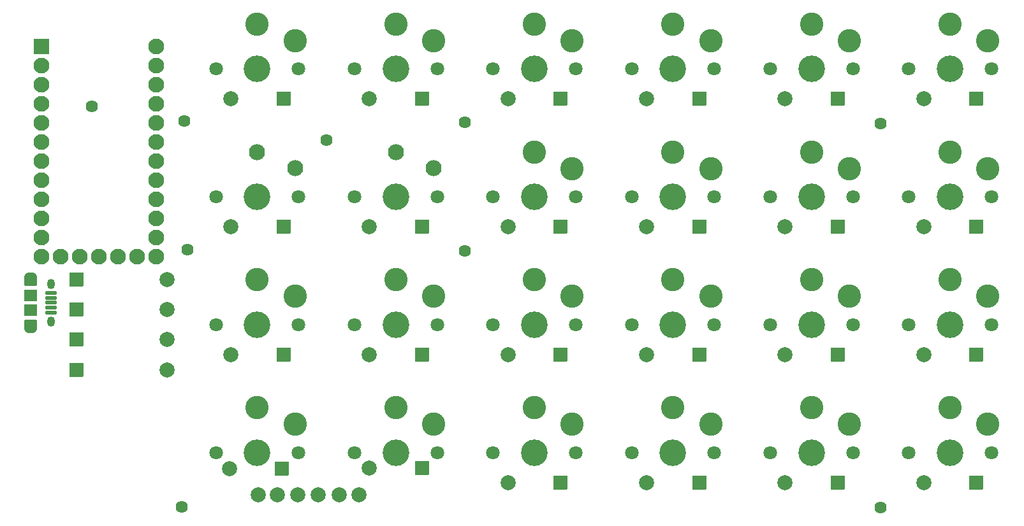
<source format=gbr>
%TF.GenerationSoftware,KiCad,Pcbnew,(6.0.4)*%
%TF.CreationDate,2024-05-03T20:26:16-07:00*%
%TF.ProjectId,right_ortholinear,72696768-745f-46f7-9274-686f6c696e65,v1.0.0*%
%TF.SameCoordinates,Original*%
%TF.FileFunction,Soldermask,Top*%
%TF.FilePolarity,Negative*%
%FSLAX46Y46*%
G04 Gerber Fmt 4.6, Leading zero omitted, Abs format (unit mm)*
G04 Created by KiCad (PCBNEW (6.0.4)) date 2024-05-03 20:26:16*
%MOMM*%
%LPD*%
G01*
G04 APERTURE LIST*
G04 Aperture macros list*
%AMRoundRect*
0 Rectangle with rounded corners*
0 $1 Rounding radius*
0 $2 $3 $4 $5 $6 $7 $8 $9 X,Y pos of 4 corners*
0 Add a 4 corners polygon primitive as box body*
4,1,4,$2,$3,$4,$5,$6,$7,$8,$9,$2,$3,0*
0 Add four circle primitives for the rounded corners*
1,1,$1+$1,$2,$3*
1,1,$1+$1,$4,$5*
1,1,$1+$1,$6,$7*
1,1,$1+$1,$8,$9*
0 Add four rect primitives between the rounded corners*
20,1,$1+$1,$2,$3,$4,$5,0*
20,1,$1+$1,$4,$5,$6,$7,0*
20,1,$1+$1,$6,$7,$8,$9,0*
20,1,$1+$1,$8,$9,$2,$3,0*%
G04 Aperture macros list end*
%ADD10C,1.624000*%
%ADD11C,2.005000*%
%ADD12RoundRect,0.050000X0.889000X0.889000X-0.889000X0.889000X-0.889000X-0.889000X0.889000X-0.889000X0*%
%ADD13C,3.100000*%
%ADD14C,1.801800*%
%ADD15C,3.529000*%
%ADD16C,2.132000*%
%ADD17RoundRect,0.050000X-0.889000X-0.889000X0.889000X-0.889000X0.889000X0.889000X-0.889000X0.889000X0*%
%ADD18RoundRect,0.050000X-0.675000X0.200000X-0.675000X-0.200000X0.675000X-0.200000X0.675000X0.200000X0*%
%ADD19O,1.650000X0.990000*%
%ADD20RoundRect,0.050000X-0.775000X0.750000X-0.775000X-0.750000X0.775000X-0.750000X0.775000X0.750000X0*%
%ADD21RoundRect,0.050000X-0.775000X0.600000X-0.775000X-0.600000X0.775000X-0.600000X0.775000X0.600000X0*%
%ADD22O,1.050000X1.350000*%
%ADD23RoundRect,0.050000X-1.000000X-1.000000X1.000000X-1.000000X1.000000X1.000000X-1.000000X1.000000X0*%
%ADD24C,2.100000*%
G04 APERTURE END LIST*
D10*
%TO.C,*%
X140300000Y-105900000D03*
%TD*%
D11*
%TO.C,D4*%
X146500000Y-103000000D03*
D12*
X153500000Y-103000000D03*
%TD*%
D11*
%TO.C,D19*%
X220100000Y-120000000D03*
D12*
X227100000Y-120000000D03*
%TD*%
D13*
%TO.C,S20*%
X228600000Y-95250000D03*
D14*
X229100000Y-99000000D03*
X218100000Y-99000000D03*
D13*
X223600000Y-93050000D03*
D15*
X223600000Y-99000000D03*
%TD*%
D13*
%TO.C,S14*%
X205200000Y-127050000D03*
X210200000Y-129250000D03*
D14*
X210700000Y-133000000D03*
X199700000Y-133000000D03*
D15*
X205200000Y-133000000D03*
%TD*%
D14*
%TO.C,S2*%
X173900000Y-116000000D03*
X162900000Y-116000000D03*
D15*
X168400000Y-116000000D03*
D16*
X173400000Y-112200000D03*
X168400000Y-110100000D03*
%TD*%
D11*
%TO.C,D11*%
X183300000Y-120000000D03*
D12*
X190300000Y-120000000D03*
%TD*%
D11*
%TO.C,D25*%
X138000000Y-127000000D03*
D17*
X126000000Y-127000000D03*
%TD*%
D11*
%TO.C,*%
X155400000Y-155600000D03*
%TD*%
%TO.C,D27*%
X138000000Y-135000000D03*
D17*
X126000000Y-135000000D03*
%TD*%
D11*
%TO.C,D9*%
X183300000Y-154000000D03*
D12*
X190300000Y-154000000D03*
%TD*%
D15*
%TO.C,S13*%
X205200000Y-150000000D03*
D14*
X199700000Y-150000000D03*
X210700000Y-150000000D03*
D13*
X210200000Y-146250000D03*
X205200000Y-144050000D03*
%TD*%
D14*
%TO.C,S19*%
X229100000Y-116000000D03*
D13*
X223600000Y-110050000D03*
D15*
X223600000Y-116000000D03*
D14*
X218100000Y-116000000D03*
D13*
X228600000Y-112250000D03*
%TD*%
D11*
%TO.C,D23*%
X238500000Y-120000000D03*
D12*
X245500000Y-120000000D03*
%TD*%
D10*
%TO.C,*%
X177600000Y-106100000D03*
%TD*%
%TO.C,*%
X140000000Y-157200000D03*
%TD*%
D13*
%TO.C,S15*%
X205200000Y-110050000D03*
D14*
X199700000Y-116000000D03*
X210700000Y-116000000D03*
D15*
X205200000Y-116000000D03*
D13*
X210200000Y-112250000D03*
%TD*%
D11*
%TO.C,D13*%
X201700000Y-154000000D03*
D12*
X208700000Y-154000000D03*
%TD*%
D10*
%TO.C,*%
X232800000Y-106300000D03*
%TD*%
D14*
%TO.C,S5*%
X144500000Y-99000000D03*
D13*
X150000000Y-93050000D03*
X155000000Y-95250000D03*
D15*
X150000000Y-99000000D03*
D14*
X155500000Y-99000000D03*
%TD*%
D18*
%TO.C,*%
X122600000Y-128800000D03*
X122600000Y-129450000D03*
X122600000Y-130100000D03*
X122600000Y-130750000D03*
X122600000Y-131400000D03*
D19*
X119900000Y-133600000D03*
D20*
X119900000Y-129100000D03*
D21*
X119900000Y-127200000D03*
D22*
X122600000Y-127600000D03*
D21*
X119900000Y-133000000D03*
D19*
X119900000Y-126600000D03*
D22*
X122600000Y-132600000D03*
D20*
X119900000Y-131100000D03*
%TD*%
D13*
%TO.C,S17*%
X228600000Y-146250000D03*
D14*
X218100000Y-150000000D03*
D15*
X223600000Y-150000000D03*
D14*
X229100000Y-150000000D03*
D13*
X223600000Y-144050000D03*
%TD*%
D14*
%TO.C,S18*%
X218100000Y-133000000D03*
X229100000Y-133000000D03*
D13*
X228600000Y-129250000D03*
D15*
X223600000Y-133000000D03*
D13*
X223600000Y-127050000D03*
%TD*%
D14*
%TO.C,S22*%
X247500000Y-133000000D03*
D15*
X242000000Y-133000000D03*
D13*
X242000000Y-127050000D03*
X247000000Y-129250000D03*
D14*
X236500000Y-133000000D03*
%TD*%
D11*
%TO.C,D18*%
X220100000Y-137000000D03*
D12*
X227100000Y-137000000D03*
%TD*%
D11*
%TO.C,D7*%
X164900000Y-120000000D03*
D12*
X171900000Y-120000000D03*
%TD*%
D11*
%TO.C,D8*%
X164900000Y-103000000D03*
D12*
X171900000Y-103000000D03*
%TD*%
D13*
%TO.C,S4*%
X150000000Y-127050000D03*
D15*
X150000000Y-133000000D03*
D14*
X144500000Y-133000000D03*
D13*
X155000000Y-129250000D03*
D14*
X155500000Y-133000000D03*
%TD*%
%TO.C,S12*%
X192300000Y-99000000D03*
X181300000Y-99000000D03*
D13*
X191800000Y-95250000D03*
D15*
X186800000Y-99000000D03*
D13*
X186800000Y-93050000D03*
%TD*%
D11*
%TO.C,D2*%
X146500000Y-137000000D03*
D12*
X153500000Y-137000000D03*
%TD*%
D11*
%TO.C,D26*%
X138000000Y-131000000D03*
D17*
X126000000Y-131000000D03*
%TD*%
D23*
%TO.C,*%
X121380000Y-96030000D03*
D24*
X121380000Y-98570000D03*
X121380000Y-101110000D03*
X121380000Y-103650000D03*
X121380000Y-106190000D03*
X121380000Y-108730000D03*
X121380000Y-111270000D03*
X121380000Y-113810000D03*
X121380000Y-116350000D03*
X121380000Y-118890000D03*
X121380000Y-121430000D03*
X121380000Y-123970000D03*
X136620000Y-123970000D03*
X136620000Y-121430000D03*
X136620000Y-118890000D03*
X136620000Y-116350000D03*
X136620000Y-113810000D03*
X136620000Y-111270000D03*
X136620000Y-108730000D03*
X136620000Y-106190000D03*
X136620000Y-103650000D03*
X136620000Y-101110000D03*
X136620000Y-98570000D03*
X136620000Y-96030000D03*
X123920000Y-123970000D03*
X126460000Y-123970000D03*
X129000000Y-123970000D03*
X131540000Y-123970000D03*
X134080000Y-123970000D03*
%TD*%
D13*
%TO.C,S16*%
X210200000Y-95250000D03*
D14*
X199700000Y-99000000D03*
D15*
X205200000Y-99000000D03*
D13*
X205200000Y-93050000D03*
D14*
X210700000Y-99000000D03*
%TD*%
D11*
%TO.C,*%
X152700000Y-155600000D03*
%TD*%
D10*
%TO.C,*%
X140700000Y-123000000D03*
%TD*%
D11*
%TO.C,D6*%
X164900000Y-137000000D03*
D12*
X171900000Y-137000000D03*
%TD*%
D11*
%TO.C,*%
X158100000Y-155600000D03*
%TD*%
%TO.C,D5*%
X164900000Y-152100000D03*
D12*
X171900000Y-152100000D03*
%TD*%
D13*
%TO.C,S10*%
X186800000Y-127050000D03*
D15*
X186800000Y-133000000D03*
D13*
X191800000Y-129250000D03*
D14*
X181300000Y-133000000D03*
X192300000Y-133000000D03*
%TD*%
D11*
%TO.C,D1*%
X146300000Y-152200000D03*
D12*
X153300000Y-152200000D03*
%TD*%
D13*
%TO.C,S11*%
X191800000Y-112250000D03*
D14*
X181300000Y-116000000D03*
D13*
X186800000Y-110050000D03*
D14*
X192300000Y-116000000D03*
D15*
X186800000Y-116000000D03*
%TD*%
D11*
%TO.C,D21*%
X238500000Y-154000000D03*
D12*
X245500000Y-154000000D03*
%TD*%
D15*
%TO.C,S7*%
X168400000Y-133000000D03*
D14*
X173900000Y-133000000D03*
D13*
X173400000Y-129250000D03*
X168400000Y-127050000D03*
D14*
X162900000Y-133000000D03*
%TD*%
D13*
%TO.C,S24*%
X242000000Y-93050000D03*
X247000000Y-95250000D03*
D14*
X236500000Y-99000000D03*
D15*
X242000000Y-99000000D03*
D14*
X247500000Y-99000000D03*
%TD*%
D10*
%TO.C,*%
X232800000Y-157300000D03*
%TD*%
D11*
%TO.C,D10*%
X183300000Y-137000000D03*
D12*
X190300000Y-137000000D03*
%TD*%
D11*
%TO.C,D24*%
X238500000Y-103000000D03*
D12*
X245500000Y-103000000D03*
%TD*%
D13*
%TO.C,S23*%
X242000000Y-110050000D03*
D15*
X242000000Y-116000000D03*
D13*
X247000000Y-112250000D03*
D14*
X247500000Y-116000000D03*
X236500000Y-116000000D03*
%TD*%
D11*
%TO.C,*%
X160900000Y-155600000D03*
%TD*%
%TO.C,*%
X150100000Y-155600000D03*
%TD*%
D13*
%TO.C,S8*%
X173400000Y-95250000D03*
D14*
X173900000Y-99000000D03*
D13*
X168400000Y-93050000D03*
D15*
X168400000Y-99000000D03*
D14*
X162900000Y-99000000D03*
%TD*%
D13*
%TO.C,S9*%
X191800000Y-146250000D03*
D14*
X181300000Y-150000000D03*
D15*
X186800000Y-150000000D03*
D13*
X186800000Y-144050000D03*
D14*
X192300000Y-150000000D03*
%TD*%
D11*
%TO.C,D16*%
X201700000Y-103000000D03*
D12*
X208700000Y-103000000D03*
%TD*%
D14*
%TO.C,S1*%
X155500000Y-116000000D03*
D15*
X150000000Y-116000000D03*
D14*
X144500000Y-116000000D03*
D16*
X155000000Y-112200000D03*
X150000000Y-110100000D03*
%TD*%
D14*
%TO.C,S21*%
X236500000Y-150000000D03*
D13*
X242000000Y-144050000D03*
D14*
X247500000Y-150000000D03*
D13*
X247000000Y-146250000D03*
D15*
X242000000Y-150000000D03*
%TD*%
D10*
%TO.C,*%
X177600000Y-123200000D03*
%TD*%
D11*
%TO.C,D12*%
X183300000Y-103000000D03*
D12*
X190300000Y-103000000D03*
%TD*%
D11*
%TO.C,D3*%
X146500000Y-120000000D03*
D12*
X153500000Y-120000000D03*
%TD*%
D11*
%TO.C,D15*%
X201700000Y-120000000D03*
D12*
X208700000Y-120000000D03*
%TD*%
D11*
%TO.C,D28*%
X138000000Y-139000000D03*
D17*
X126000000Y-139000000D03*
%TD*%
D11*
%TO.C,D14*%
X201700000Y-137000000D03*
D12*
X208700000Y-137000000D03*
%TD*%
D10*
%TO.C,*%
X159200000Y-108500000D03*
%TD*%
D11*
%TO.C,D22*%
X238500000Y-137000000D03*
D12*
X245500000Y-137000000D03*
%TD*%
D11*
%TO.C,*%
X163500000Y-155600000D03*
%TD*%
D13*
%TO.C,S3*%
X150000000Y-144050000D03*
X155000000Y-146250000D03*
D15*
X150000000Y-150000000D03*
D14*
X155500000Y-150000000D03*
X144500000Y-150000000D03*
%TD*%
D11*
%TO.C,D17*%
X220100000Y-154000000D03*
D12*
X227100000Y-154000000D03*
%TD*%
D11*
%TO.C,D20*%
X220100000Y-103000000D03*
D12*
X227100000Y-103000000D03*
%TD*%
D10*
%TO.C,*%
X128000000Y-104000000D03*
%TD*%
D13*
%TO.C,S6*%
X173400000Y-146250000D03*
X168400000Y-144050000D03*
D15*
X168400000Y-150000000D03*
D14*
X173900000Y-150000000D03*
X162900000Y-150000000D03*
%TD*%
M02*

</source>
